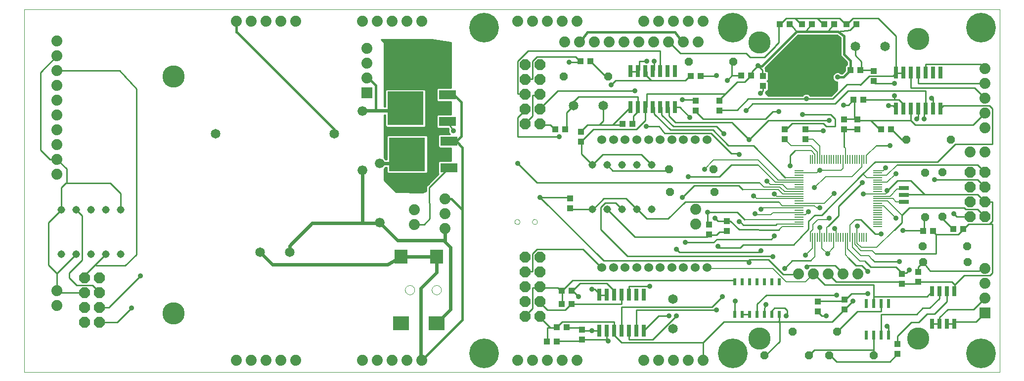
<source format=gtl>
G75*
G70*
%OFA0B0*%
%FSLAX24Y24*%
%IPPOS*%
%LPD*%
%AMOC8*
5,1,8,0,0,1.08239X$1,22.5*
%
%ADD10C,0.0000*%
%ADD11R,0.0591X0.0079*%
%ADD12R,0.0079X0.0591*%
%ADD13R,0.0669X0.0276*%
%ADD14R,0.0394X0.0433*%
%ADD15R,0.0433X0.0394*%
%ADD16R,0.1102X0.0945*%
%ADD17R,0.0900X0.0945*%
%ADD18R,0.0260X0.0800*%
%ADD19C,0.0650*%
%ADD20OC8,0.0740*%
%ADD21C,0.0740*%
%ADD22R,0.0220X0.0470*%
%ADD23R,0.0260X0.0690*%
%ADD24R,0.0240X0.0610*%
%ADD25OC8,0.0520*%
%ADD26R,0.0740X0.0740*%
%ADD27C,0.0515*%
%ADD28C,0.0600*%
%ADD29R,0.2441X0.2283*%
%ADD30R,0.1181X0.0630*%
%ADD31C,0.0660*%
%ADD32C,0.0650*%
%ADD33C,0.0100*%
%ADD34C,0.0360*%
%ADD35C,0.0080*%
%ADD36C,0.0356*%
%ADD37C,0.0060*%
%ADD38C,0.0160*%
%ADD39C,0.0240*%
%ADD40C,0.2000*%
%ADD41C,0.1502*%
D10*
X000103Y000212D02*
X065853Y000212D01*
X065853Y024712D01*
X000103Y024712D01*
X000103Y000212D01*
X025768Y005752D02*
X025770Y005787D01*
X025776Y005822D01*
X025786Y005856D01*
X025799Y005889D01*
X025816Y005920D01*
X025837Y005948D01*
X025860Y005975D01*
X025887Y005998D01*
X025915Y006019D01*
X025946Y006036D01*
X025979Y006049D01*
X026013Y006059D01*
X026048Y006065D01*
X026083Y006067D01*
X026118Y006065D01*
X026153Y006059D01*
X026187Y006049D01*
X026220Y006036D01*
X026251Y006019D01*
X026279Y005998D01*
X026306Y005975D01*
X026329Y005948D01*
X026350Y005920D01*
X026367Y005889D01*
X026380Y005856D01*
X026390Y005822D01*
X026396Y005787D01*
X026398Y005752D01*
X026396Y005717D01*
X026390Y005682D01*
X026380Y005648D01*
X026367Y005615D01*
X026350Y005584D01*
X026329Y005556D01*
X026306Y005529D01*
X026279Y005506D01*
X026251Y005485D01*
X026220Y005468D01*
X026187Y005455D01*
X026153Y005445D01*
X026118Y005439D01*
X026083Y005437D01*
X026048Y005439D01*
X026013Y005445D01*
X025979Y005455D01*
X025946Y005468D01*
X025915Y005485D01*
X025887Y005506D01*
X025860Y005529D01*
X025837Y005556D01*
X025816Y005584D01*
X025799Y005615D01*
X025786Y005648D01*
X025776Y005682D01*
X025770Y005717D01*
X025768Y005752D01*
X027568Y005752D02*
X027570Y005787D01*
X027576Y005822D01*
X027586Y005856D01*
X027599Y005889D01*
X027616Y005920D01*
X027637Y005948D01*
X027660Y005975D01*
X027687Y005998D01*
X027715Y006019D01*
X027746Y006036D01*
X027779Y006049D01*
X027813Y006059D01*
X027848Y006065D01*
X027883Y006067D01*
X027918Y006065D01*
X027953Y006059D01*
X027987Y006049D01*
X028020Y006036D01*
X028051Y006019D01*
X028079Y005998D01*
X028106Y005975D01*
X028129Y005948D01*
X028150Y005920D01*
X028167Y005889D01*
X028180Y005856D01*
X028190Y005822D01*
X028196Y005787D01*
X028198Y005752D01*
X028196Y005717D01*
X028190Y005682D01*
X028180Y005648D01*
X028167Y005615D01*
X028150Y005584D01*
X028129Y005556D01*
X028106Y005529D01*
X028079Y005506D01*
X028051Y005485D01*
X028020Y005468D01*
X027987Y005455D01*
X027953Y005445D01*
X027918Y005439D01*
X027883Y005437D01*
X027848Y005439D01*
X027813Y005445D01*
X027779Y005455D01*
X027746Y005468D01*
X027715Y005485D01*
X027687Y005506D01*
X027660Y005529D01*
X027637Y005556D01*
X027616Y005584D01*
X027599Y005615D01*
X027586Y005648D01*
X027576Y005682D01*
X027570Y005717D01*
X027568Y005752D01*
X033156Y010352D02*
X033158Y010377D01*
X033164Y010402D01*
X033173Y010426D01*
X033186Y010448D01*
X033203Y010468D01*
X033222Y010485D01*
X033243Y010499D01*
X033267Y010509D01*
X033291Y010516D01*
X033317Y010519D01*
X033342Y010518D01*
X033367Y010513D01*
X033391Y010504D01*
X033414Y010492D01*
X033434Y010477D01*
X033452Y010458D01*
X033467Y010437D01*
X033478Y010414D01*
X033486Y010390D01*
X033490Y010365D01*
X033490Y010339D01*
X033486Y010314D01*
X033478Y010290D01*
X033467Y010267D01*
X033452Y010246D01*
X033434Y010227D01*
X033414Y010212D01*
X033391Y010200D01*
X033367Y010191D01*
X033342Y010186D01*
X033317Y010185D01*
X033291Y010188D01*
X033267Y010195D01*
X033243Y010205D01*
X033222Y010219D01*
X033203Y010236D01*
X033186Y010256D01*
X033173Y010278D01*
X033164Y010302D01*
X033158Y010327D01*
X033156Y010352D01*
X034337Y010352D02*
X034339Y010377D01*
X034345Y010402D01*
X034354Y010426D01*
X034367Y010448D01*
X034384Y010468D01*
X034403Y010485D01*
X034424Y010499D01*
X034448Y010509D01*
X034472Y010516D01*
X034498Y010519D01*
X034523Y010518D01*
X034548Y010513D01*
X034572Y010504D01*
X034595Y010492D01*
X034615Y010477D01*
X034633Y010458D01*
X034648Y010437D01*
X034659Y010414D01*
X034667Y010390D01*
X034671Y010365D01*
X034671Y010339D01*
X034667Y010314D01*
X034659Y010290D01*
X034648Y010267D01*
X034633Y010246D01*
X034615Y010227D01*
X034595Y010212D01*
X034572Y010200D01*
X034548Y010191D01*
X034523Y010186D01*
X034498Y010185D01*
X034472Y010188D01*
X034448Y010195D01*
X034424Y010205D01*
X034403Y010219D01*
X034384Y010236D01*
X034367Y010256D01*
X034354Y010278D01*
X034345Y010302D01*
X034339Y010327D01*
X034337Y010352D01*
D11*
X052335Y010347D03*
X052335Y010504D03*
X052335Y010662D03*
X052335Y010819D03*
X052335Y010977D03*
X052335Y011134D03*
X052335Y011292D03*
X052335Y011449D03*
X052335Y011607D03*
X052335Y011764D03*
X052335Y011922D03*
X052335Y012079D03*
X052335Y012237D03*
X052335Y012394D03*
X052335Y012552D03*
X052335Y012709D03*
X052335Y012867D03*
X052335Y013024D03*
X052335Y013181D03*
X052335Y013339D03*
X052335Y013496D03*
X052335Y013654D03*
X052335Y013811D03*
X057611Y013811D03*
X057611Y013654D03*
X057611Y013496D03*
X057611Y013339D03*
X057611Y013181D03*
X057611Y013024D03*
X057611Y012867D03*
X057611Y012709D03*
X057611Y012552D03*
X057611Y012394D03*
X057611Y012237D03*
X057611Y012079D03*
X057611Y011922D03*
X057611Y011764D03*
X057611Y011607D03*
X057611Y011449D03*
X057611Y011292D03*
X057611Y011134D03*
X057611Y010977D03*
X057611Y010819D03*
X057611Y010662D03*
X057611Y010504D03*
X057611Y010347D03*
X057611Y010189D03*
X057611Y010032D03*
X052335Y010032D03*
X052335Y010189D03*
D12*
X053083Y009284D03*
X053241Y009284D03*
X053398Y009284D03*
X053556Y009284D03*
X053713Y009284D03*
X053871Y009284D03*
X054028Y009284D03*
X054186Y009284D03*
X054343Y009284D03*
X054501Y009284D03*
X054658Y009284D03*
X054816Y009284D03*
X054973Y009284D03*
X055131Y009284D03*
X055288Y009284D03*
X055446Y009284D03*
X055603Y009284D03*
X055761Y009284D03*
X055918Y009284D03*
X056076Y009284D03*
X056233Y009284D03*
X056391Y009284D03*
X056548Y009284D03*
X056706Y009284D03*
X056863Y009284D03*
X056863Y014559D03*
X056706Y014559D03*
X056548Y014559D03*
X056391Y014559D03*
X056233Y014559D03*
X056076Y014559D03*
X055918Y014559D03*
X055761Y014559D03*
X055603Y014559D03*
X055446Y014559D03*
X055288Y014559D03*
X055131Y014559D03*
X054973Y014559D03*
X054816Y014559D03*
X054658Y014559D03*
X054501Y014559D03*
X054343Y014559D03*
X054186Y014559D03*
X054028Y014559D03*
X053871Y014559D03*
X053713Y014559D03*
X053556Y014559D03*
X053398Y014559D03*
X053241Y014559D03*
X053083Y014559D03*
D13*
X059403Y012634D03*
X059403Y012162D03*
X059403Y011689D03*
D14*
X047453Y010386D03*
X047453Y009717D03*
X046273Y009487D03*
X046273Y010156D03*
X036988Y005712D03*
X036319Y005712D03*
X036319Y004812D03*
X036988Y004812D03*
X055393Y005106D03*
X055393Y004437D03*
X059253Y006177D03*
X060373Y006297D03*
X059253Y006846D03*
X060373Y006966D03*
X037613Y015767D03*
X037613Y016436D03*
X040439Y016972D03*
X041108Y016972D03*
X046953Y017877D03*
X046953Y018546D03*
X045688Y020212D03*
X045019Y020212D03*
X055373Y017276D03*
X056263Y017266D03*
X056263Y016597D03*
X055373Y016607D03*
D15*
X057849Y016612D03*
X058518Y016612D03*
X056668Y018592D03*
X055999Y018592D03*
X057353Y019877D03*
X057353Y020546D03*
X056468Y020612D03*
X055799Y020612D03*
X049883Y020196D03*
X049108Y020222D03*
X048439Y020222D03*
X049883Y019527D03*
X045353Y018546D03*
X045353Y017877D03*
X051373Y016586D03*
X051373Y015917D03*
X052773Y015917D03*
X052773Y016586D03*
X038248Y021212D03*
X037579Y021212D03*
X036558Y016602D03*
X035889Y016602D03*
X036893Y011926D03*
X036893Y011257D03*
X053593Y004956D03*
X053593Y004287D03*
X058963Y002096D03*
X058963Y001427D03*
X037703Y002407D03*
X035998Y002272D03*
X035329Y002272D03*
X037703Y003076D03*
X036648Y003242D03*
X035979Y003242D03*
X060679Y009722D03*
X061348Y009722D03*
X062739Y009852D03*
X063408Y009852D03*
X056188Y023712D03*
X055519Y023712D03*
X054688Y023712D03*
X054019Y023712D03*
X053188Y023712D03*
X052519Y023712D03*
X051688Y023712D03*
X051019Y023712D03*
D16*
X027883Y003508D03*
X025482Y003508D03*
D17*
X025482Y007996D03*
X027883Y007996D03*
D18*
X038853Y005422D03*
X039353Y005422D03*
X039853Y005422D03*
X040353Y005422D03*
X040853Y005422D03*
X041353Y005422D03*
X041853Y005422D03*
X041853Y003002D03*
X041353Y003002D03*
X040853Y003002D03*
X040353Y003002D03*
X039853Y003002D03*
X039353Y003002D03*
X038853Y003002D03*
X040973Y018112D03*
X041473Y018112D03*
X041973Y018112D03*
X042473Y018112D03*
X042973Y018112D03*
X043473Y018112D03*
X043973Y018112D03*
X043973Y020532D03*
X043473Y020532D03*
X042973Y020532D03*
X042473Y020532D03*
X041973Y020532D03*
X041473Y020532D03*
X040973Y020532D03*
X058853Y020422D03*
X059353Y020422D03*
X059853Y020422D03*
X060353Y020422D03*
X060853Y020422D03*
X061353Y020422D03*
X061853Y020422D03*
X061853Y018002D03*
X061353Y018002D03*
X060853Y018002D03*
X060353Y018002D03*
X059853Y018002D03*
X059353Y018002D03*
X058853Y018002D03*
D19*
X058113Y022192D03*
X056113Y022192D03*
X039123Y018212D03*
X037123Y018212D03*
X043823Y005132D03*
X043823Y003132D03*
D20*
X034853Y003962D03*
X033853Y003962D03*
X033853Y004962D03*
X034853Y004962D03*
X034853Y005962D03*
X033853Y005962D03*
X033853Y006962D03*
X034853Y006962D03*
X034853Y007962D03*
X033853Y007962D03*
X033853Y016962D03*
X034853Y016962D03*
X034853Y017962D03*
X033853Y017962D03*
X033853Y018962D03*
X034853Y018962D03*
X034853Y019962D03*
X033853Y019962D03*
X033853Y020962D03*
X034853Y020962D03*
X063853Y013712D03*
X064853Y013712D03*
X064853Y012712D03*
X063853Y012712D03*
X063853Y011712D03*
X064853Y011712D03*
X064853Y010712D03*
X063853Y010712D03*
X005163Y006572D03*
X004163Y006572D03*
X004163Y005572D03*
X005163Y005572D03*
X005163Y004572D03*
X004163Y004572D03*
X004163Y003572D03*
X005163Y003572D03*
D21*
X002293Y004692D03*
X002293Y005692D03*
X014393Y001012D03*
X015393Y001012D03*
X016393Y001012D03*
X017393Y001012D03*
X018393Y001012D03*
X022893Y001012D03*
X023893Y001012D03*
X024893Y001012D03*
X025893Y001012D03*
X026893Y001012D03*
X033353Y001012D03*
X034353Y001012D03*
X035353Y001012D03*
X036353Y001012D03*
X037353Y001012D03*
X041853Y001012D03*
X042853Y001012D03*
X043853Y001012D03*
X044853Y001012D03*
X045853Y001012D03*
X052303Y006832D03*
X053303Y006832D03*
X054303Y006832D03*
X055303Y006832D03*
X056303Y006832D03*
X064853Y007212D03*
X064853Y006212D03*
X064853Y005212D03*
X045353Y010212D03*
X045353Y011212D03*
X028443Y010912D03*
X026393Y011152D03*
X028443Y011912D03*
X026393Y010152D03*
X028443Y009912D03*
X002303Y013562D03*
X002303Y014562D03*
X002303Y015562D03*
X002303Y016562D03*
X002303Y017562D03*
X002303Y018562D03*
X002303Y019562D03*
X002303Y020562D03*
X002303Y021562D03*
X002303Y022562D03*
X014393Y023912D03*
X015393Y023912D03*
X016393Y023912D03*
X017393Y023912D03*
X018393Y023912D03*
X022893Y023912D03*
X023893Y023912D03*
X024893Y023912D03*
X025893Y023912D03*
X026893Y023912D03*
X023203Y022082D03*
X023203Y021082D03*
X023203Y020082D03*
X033353Y023912D03*
X034353Y023912D03*
X035353Y023912D03*
X036353Y023912D03*
X037353Y023912D03*
X037513Y022512D03*
X038513Y022512D03*
X039513Y022512D03*
X040513Y022512D03*
X041513Y022512D03*
X042513Y022512D03*
X043513Y022512D03*
X044513Y022512D03*
X045513Y022512D03*
X045853Y023912D03*
X044853Y023912D03*
X043853Y023912D03*
X042853Y023912D03*
X041853Y023912D03*
X036513Y022512D03*
X063863Y015072D03*
X064863Y015072D03*
X064853Y016712D03*
X064853Y017712D03*
X064853Y018712D03*
X064853Y019712D03*
X064853Y020712D03*
D22*
X050983Y006292D03*
X050483Y006292D03*
X049983Y006292D03*
X049483Y006292D03*
X048983Y006292D03*
X048483Y006292D03*
X047983Y006292D03*
X047983Y004092D03*
X048483Y004092D03*
X048983Y004092D03*
X049483Y004092D03*
X049983Y004092D03*
X050483Y004092D03*
X050983Y004092D03*
D23*
X061293Y003452D03*
X061793Y003452D03*
X062293Y003452D03*
X062793Y003452D03*
X062793Y005652D03*
X062293Y005652D03*
X061793Y005652D03*
X061293Y005652D03*
D24*
X058353Y004842D03*
X057853Y004842D03*
X057353Y004842D03*
X056853Y004842D03*
X056853Y002712D03*
X057353Y002712D03*
X057853Y002712D03*
X058353Y002712D03*
D25*
X057363Y001322D03*
X054363Y001322D03*
X053003Y001322D03*
X050003Y001322D03*
X051903Y002942D03*
X054903Y002942D03*
X060693Y007632D03*
X060653Y008702D03*
X063653Y008702D03*
X063693Y007632D03*
X060833Y010662D03*
X062003Y010702D03*
X060833Y013662D03*
X062003Y013702D03*
X062543Y015912D03*
X059543Y015912D03*
X046573Y013892D03*
X043573Y013892D03*
X043613Y012372D03*
X046613Y012372D03*
X039463Y020172D03*
X036463Y020172D03*
X044903Y021172D03*
X047903Y021172D03*
D26*
X023203Y019082D03*
X064853Y004212D03*
D27*
X042393Y011192D03*
X041393Y011192D03*
X040393Y011192D03*
X039393Y011192D03*
X038393Y011192D03*
X038393Y014192D03*
X039393Y014192D03*
X040393Y014192D03*
X041393Y014192D03*
X042393Y014192D03*
X006593Y011162D03*
X005593Y011162D03*
X004593Y011162D03*
X003593Y011162D03*
X002593Y011162D03*
X002593Y008162D03*
X003593Y008162D03*
X004593Y008162D03*
X005593Y008162D03*
X006593Y008162D03*
D28*
X039031Y007251D03*
X039818Y007251D03*
X040605Y007251D03*
X041393Y007251D03*
X042180Y007251D03*
X042968Y007251D03*
X043755Y007251D03*
X044542Y007251D03*
X045330Y007251D03*
X046117Y007251D03*
X046117Y015912D03*
X045330Y015912D03*
X044542Y015912D03*
X043755Y015912D03*
X042968Y015912D03*
X042180Y015912D03*
X041393Y015912D03*
X040605Y015912D03*
X039818Y015912D03*
X039031Y015912D03*
D29*
X025906Y014912D03*
X025796Y018022D03*
D30*
X028623Y018919D03*
X028623Y017124D03*
X028733Y015809D03*
X028733Y014014D03*
D31*
X024063Y014302D03*
X022903Y013832D03*
X024063Y010302D03*
X022903Y017832D03*
D32*
X020983Y016292D03*
X012983Y016292D03*
X015983Y008292D03*
X017983Y008292D03*
D33*
X023993Y010252D02*
X024063Y010302D01*
X024093Y010252D01*
X026393Y010152D02*
X027043Y010172D01*
X027413Y010572D01*
X027393Y012674D01*
X028733Y014014D01*
X027992Y014008D02*
X027277Y014008D01*
X027277Y014106D02*
X027992Y014106D01*
X027992Y014205D02*
X027277Y014205D01*
X027277Y014303D02*
X027992Y014303D01*
X027992Y014391D02*
X027992Y013637D01*
X028033Y013597D01*
X027310Y012873D01*
X027308Y012873D01*
X027251Y012815D01*
X027193Y012757D01*
X027193Y012756D01*
X027192Y012755D01*
X027193Y012672D01*
X027193Y012591D01*
X027194Y012591D01*
X027196Y012423D01*
X026943Y012332D01*
X025173Y012362D01*
X024363Y013172D01*
X024363Y013923D01*
X024470Y014030D01*
X024471Y014032D01*
X024536Y014032D01*
X024536Y013708D01*
X024624Y013620D01*
X027189Y013620D01*
X027277Y013708D01*
X027277Y016116D01*
X027189Y016203D01*
X024624Y016203D01*
X024536Y016116D01*
X024536Y014572D01*
X024471Y014572D01*
X024470Y014574D01*
X024363Y014680D01*
X024363Y017582D01*
X024426Y017582D01*
X024426Y016818D01*
X024514Y016730D01*
X027079Y016730D01*
X027167Y016818D01*
X027167Y019226D01*
X027079Y019313D01*
X024514Y019313D01*
X024426Y019226D01*
X024426Y018122D01*
X024363Y018122D01*
X024363Y022462D01*
X024173Y022652D01*
X024253Y022672D01*
X027553Y022672D01*
X028853Y022462D01*
X028860Y019384D01*
X027970Y019384D01*
X027882Y019296D01*
X027882Y018542D01*
X027970Y018454D01*
X028862Y018454D01*
X028864Y017589D01*
X027970Y017589D01*
X027882Y017501D01*
X027882Y016747D01*
X027970Y016659D01*
X028680Y016659D01*
X028706Y016617D01*
X028685Y016567D01*
X028685Y016436D01*
X028735Y016316D01*
X028777Y016274D01*
X024363Y016274D01*
X024363Y016176D02*
X024596Y016176D01*
X024536Y016077D02*
X024363Y016077D01*
X024363Y015979D02*
X024536Y015979D01*
X024536Y015880D02*
X024363Y015880D01*
X024363Y015781D02*
X024536Y015781D01*
X024536Y015683D02*
X024363Y015683D01*
X024363Y015584D02*
X024536Y015584D01*
X024536Y015486D02*
X024363Y015486D01*
X024363Y015387D02*
X024536Y015387D01*
X024536Y015289D02*
X024363Y015289D01*
X024363Y015190D02*
X024536Y015190D01*
X024536Y015092D02*
X024363Y015092D01*
X024363Y014993D02*
X024536Y014993D01*
X024536Y014895D02*
X024363Y014895D01*
X024363Y014796D02*
X024536Y014796D01*
X024536Y014698D02*
X024363Y014698D01*
X024445Y014599D02*
X024536Y014599D01*
X024536Y014008D02*
X024448Y014008D01*
X024363Y013909D02*
X024536Y013909D01*
X024536Y013811D02*
X024363Y013811D01*
X024363Y013712D02*
X024536Y013712D01*
X024363Y013614D02*
X028016Y013614D01*
X027992Y013712D02*
X027277Y013712D01*
X027277Y013811D02*
X027992Y013811D01*
X027992Y013909D02*
X027277Y013909D01*
X027951Y013515D02*
X024363Y013515D01*
X024363Y013416D02*
X027853Y013416D01*
X027754Y013318D02*
X024363Y013318D01*
X024363Y013219D02*
X027656Y013219D01*
X027557Y013121D02*
X024414Y013121D01*
X024513Y013022D02*
X027458Y013022D01*
X027360Y012924D02*
X024611Y012924D01*
X024710Y012825D02*
X027261Y012825D01*
X027193Y012727D02*
X024808Y012727D01*
X024907Y012628D02*
X027193Y012628D01*
X027195Y012530D02*
X025005Y012530D01*
X025104Y012431D02*
X027196Y012431D01*
X026946Y012332D02*
X026894Y012332D01*
X022893Y013752D02*
X022903Y013832D01*
X027277Y014402D02*
X028003Y014402D01*
X027992Y014391D02*
X028080Y014479D01*
X028870Y014479D01*
X028868Y015344D01*
X028080Y015344D01*
X027992Y015432D01*
X027992Y016186D01*
X028080Y016274D01*
X028777Y016274D01*
X028711Y016373D02*
X024363Y016373D01*
X024363Y016471D02*
X028685Y016471D01*
X028686Y016570D02*
X024363Y016570D01*
X024363Y016668D02*
X027961Y016668D01*
X027882Y016767D02*
X027116Y016767D01*
X027167Y016865D02*
X027882Y016865D01*
X027882Y016964D02*
X027167Y016964D01*
X027167Y017063D02*
X027882Y017063D01*
X027882Y017161D02*
X027167Y017161D01*
X027167Y017260D02*
X027882Y017260D01*
X027882Y017358D02*
X027167Y017358D01*
X027167Y017457D02*
X027882Y017457D01*
X027937Y017555D02*
X027167Y017555D01*
X027167Y017654D02*
X028863Y017654D01*
X028863Y017752D02*
X027167Y017752D01*
X027167Y017851D02*
X028863Y017851D01*
X028863Y017949D02*
X027167Y017949D01*
X027167Y018048D02*
X028863Y018048D01*
X028862Y018147D02*
X027167Y018147D01*
X027167Y018245D02*
X028862Y018245D01*
X028862Y018344D02*
X027167Y018344D01*
X027167Y018442D02*
X028862Y018442D01*
X029046Y018919D02*
X028623Y018919D01*
X027915Y019329D02*
X024363Y019329D01*
X024363Y019231D02*
X024431Y019231D01*
X024426Y019132D02*
X024363Y019132D01*
X024363Y019033D02*
X024426Y019033D01*
X024426Y018935D02*
X024363Y018935D01*
X024363Y018836D02*
X024426Y018836D01*
X024426Y018738D02*
X024363Y018738D01*
X024363Y018639D02*
X024426Y018639D01*
X024426Y018541D02*
X024363Y018541D01*
X024363Y018442D02*
X024426Y018442D01*
X024426Y018344D02*
X024363Y018344D01*
X024363Y018245D02*
X024426Y018245D01*
X024426Y018147D02*
X024363Y018147D01*
X025093Y017852D02*
X025515Y017954D01*
X025796Y018022D01*
X024426Y017555D02*
X024363Y017555D01*
X024363Y017457D02*
X024426Y017457D01*
X024426Y017358D02*
X024363Y017358D01*
X024363Y017260D02*
X024426Y017260D01*
X024426Y017161D02*
X024363Y017161D01*
X024363Y017063D02*
X024426Y017063D01*
X024426Y016964D02*
X024363Y016964D01*
X024363Y016865D02*
X024426Y016865D01*
X024477Y016767D02*
X024363Y016767D01*
X022993Y017852D02*
X022903Y017832D01*
X027167Y018541D02*
X027884Y018541D01*
X027882Y018639D02*
X027167Y018639D01*
X027167Y018738D02*
X027882Y018738D01*
X027882Y018836D02*
X027167Y018836D01*
X027167Y018935D02*
X027882Y018935D01*
X027882Y019033D02*
X027167Y019033D01*
X027167Y019132D02*
X027882Y019132D01*
X027882Y019231D02*
X027162Y019231D01*
X028860Y019428D02*
X024363Y019428D01*
X024363Y019526D02*
X028859Y019526D01*
X028859Y019625D02*
X024363Y019625D01*
X024363Y019723D02*
X028859Y019723D01*
X028859Y019822D02*
X024363Y019822D01*
X024363Y019920D02*
X028859Y019920D01*
X028858Y020019D02*
X024363Y020019D01*
X024363Y020117D02*
X028858Y020117D01*
X028858Y020216D02*
X024363Y020216D01*
X024363Y020314D02*
X028858Y020314D01*
X028858Y020413D02*
X024363Y020413D01*
X024363Y020512D02*
X028857Y020512D01*
X028857Y020610D02*
X024363Y020610D01*
X024363Y020709D02*
X028857Y020709D01*
X028857Y020807D02*
X024363Y020807D01*
X024363Y020906D02*
X028856Y020906D01*
X028856Y021004D02*
X024363Y021004D01*
X024363Y021103D02*
X028856Y021103D01*
X028856Y021201D02*
X024363Y021201D01*
X024363Y021300D02*
X028856Y021300D01*
X028855Y021398D02*
X024363Y021398D01*
X024363Y021497D02*
X028855Y021497D01*
X028855Y021596D02*
X024363Y021596D01*
X024363Y021694D02*
X028855Y021694D01*
X028855Y021793D02*
X024363Y021793D01*
X024363Y021891D02*
X028854Y021891D01*
X028854Y021990D02*
X024363Y021990D01*
X024363Y022088D02*
X028854Y022088D01*
X028854Y022187D02*
X024363Y022187D01*
X024363Y022285D02*
X028854Y022285D01*
X028853Y022384D02*
X024363Y022384D01*
X024342Y022482D02*
X028725Y022482D01*
X028114Y022581D02*
X024244Y022581D01*
X023293Y020052D02*
X023203Y020082D01*
X028623Y017124D02*
X028635Y017112D01*
X028635Y017110D01*
X029013Y016502D01*
X027992Y016176D02*
X027216Y016176D01*
X027277Y016077D02*
X027992Y016077D01*
X027992Y015979D02*
X027277Y015979D01*
X027277Y015880D02*
X027992Y015880D01*
X027992Y015781D02*
X027277Y015781D01*
X027277Y015683D02*
X027992Y015683D01*
X027992Y015584D02*
X027277Y015584D01*
X027277Y015486D02*
X027992Y015486D01*
X028037Y015387D02*
X027277Y015387D01*
X027277Y015289D02*
X028868Y015289D01*
X028869Y015190D02*
X027277Y015190D01*
X027277Y015092D02*
X028869Y015092D01*
X028869Y014993D02*
X027277Y014993D01*
X027277Y014895D02*
X028869Y014895D01*
X028869Y014796D02*
X027277Y014796D01*
X027277Y014698D02*
X028870Y014698D01*
X028870Y014599D02*
X027277Y014599D01*
X027277Y014500D02*
X028870Y014500D01*
X028861Y015682D02*
X028733Y015809D01*
X028861Y015682D02*
X029093Y015682D01*
X029223Y015812D01*
X033353Y016112D02*
X033353Y017412D01*
X033853Y017912D01*
X033853Y017962D01*
X034353Y017512D02*
X034353Y018912D01*
X034853Y018912D01*
X034853Y018962D01*
X034853Y018012D02*
X036053Y019212D01*
X041253Y019212D01*
X042053Y019012D02*
X047353Y019012D01*
X046953Y018612D01*
X046953Y018546D01*
X047353Y019012D02*
X048153Y019812D01*
X048653Y019812D01*
X049053Y020212D01*
X049108Y020222D01*
X049153Y020312D01*
X049153Y020502D01*
X049563Y020912D01*
X049869Y020606D01*
X049883Y020196D01*
X050250Y020216D02*
X054595Y020216D01*
X054583Y020187D02*
X054583Y020056D01*
X054633Y019935D01*
X054726Y019842D01*
X054848Y019792D01*
X054883Y019792D01*
X054883Y019254D01*
X054500Y018872D01*
X053077Y018872D01*
X052999Y018950D01*
X052879Y019000D01*
X052748Y019000D01*
X052627Y018950D01*
X052549Y018872D01*
X050263Y018872D01*
X050063Y019072D01*
X050063Y019089D01*
X050083Y019109D01*
X050083Y019180D01*
X050162Y019180D01*
X050250Y019268D01*
X050250Y019786D01*
X050174Y019862D01*
X050250Y019937D01*
X050250Y020455D01*
X050162Y020543D01*
X050071Y020543D01*
X050069Y020610D01*
X055432Y020610D01*
X055432Y020570D02*
X055213Y020352D01*
X055150Y020352D01*
X055100Y020401D01*
X054979Y020452D01*
X054848Y020452D01*
X054726Y020401D01*
X054633Y020309D01*
X054583Y020187D01*
X054583Y020117D02*
X050250Y020117D01*
X050250Y020019D02*
X054599Y020019D01*
X054648Y019920D02*
X050233Y019920D01*
X050214Y019822D02*
X054775Y019822D01*
X054883Y019723D02*
X050250Y019723D01*
X050250Y019625D02*
X054883Y019625D01*
X054883Y019526D02*
X050250Y019526D01*
X050250Y019428D02*
X054883Y019428D01*
X054883Y019329D02*
X050250Y019329D01*
X050212Y019231D02*
X054859Y019231D01*
X054761Y019132D02*
X050083Y019132D01*
X050101Y019033D02*
X054662Y019033D01*
X054564Y018935D02*
X053014Y018935D01*
X052813Y018672D02*
X054583Y018672D01*
X055543Y019632D01*
X056433Y019632D01*
X056453Y019612D01*
X057053Y020212D01*
X058653Y020212D01*
X058853Y020412D01*
X058853Y020422D01*
X058853Y022912D01*
X057663Y024102D01*
X055963Y024102D01*
X055953Y024112D01*
X055553Y023712D01*
X055519Y023712D01*
X055453Y023712D01*
X055053Y024112D01*
X053553Y024112D01*
X052053Y024112D01*
X052453Y023712D01*
X052519Y023712D01*
X052753Y023192D02*
X053153Y023712D01*
X053188Y023712D01*
X053553Y024112D02*
X053953Y023712D01*
X054019Y023712D01*
X054253Y023192D02*
X054653Y023712D01*
X054688Y023712D01*
X054953Y023202D02*
X055753Y023312D01*
X056153Y023712D01*
X056188Y023712D01*
X055133Y022787D02*
X054880Y022971D01*
X054350Y022963D01*
X054348Y022962D01*
X054255Y022962D01*
X054161Y022960D01*
X054160Y022962D01*
X052846Y022962D01*
X052845Y022960D01*
X052750Y022962D01*
X052658Y022962D01*
X052656Y022963D01*
X052257Y022970D01*
X050023Y020736D01*
X050065Y020696D01*
X050066Y020692D01*
X050069Y020689D01*
X050069Y020610D01*
X050052Y020709D02*
X055432Y020709D01*
X055432Y020807D02*
X050094Y020807D01*
X050193Y020906D02*
X055467Y020906D01*
X055432Y020871D02*
X055520Y020958D01*
X055569Y020958D01*
X055569Y021121D01*
X055268Y021422D01*
X055133Y021556D01*
X055133Y022787D01*
X055133Y022778D02*
X052065Y022778D01*
X052163Y022877D02*
X055010Y022877D01*
X055133Y022680D02*
X051966Y022680D01*
X051868Y022581D02*
X055133Y022581D01*
X055133Y022482D02*
X051769Y022482D01*
X051671Y022384D02*
X055133Y022384D01*
X055133Y022285D02*
X051572Y022285D01*
X051474Y022187D02*
X055133Y022187D01*
X055133Y022088D02*
X051375Y022088D01*
X051276Y021990D02*
X055133Y021990D01*
X055133Y021891D02*
X051178Y021891D01*
X051079Y021793D02*
X055133Y021793D01*
X055133Y021694D02*
X050981Y021694D01*
X050882Y021596D02*
X055133Y021596D01*
X055193Y021497D02*
X050784Y021497D01*
X050685Y021398D02*
X055291Y021398D01*
X055390Y021300D02*
X050587Y021300D01*
X050488Y021201D02*
X055488Y021201D01*
X055569Y021103D02*
X050390Y021103D01*
X050291Y021004D02*
X055569Y021004D01*
X055432Y020871D02*
X055432Y020570D01*
X055373Y020512D02*
X050193Y020512D01*
X050250Y020413D02*
X054754Y020413D01*
X054639Y020314D02*
X050250Y020314D01*
X049883Y019527D02*
X049883Y019192D01*
X049723Y019032D01*
X050200Y018935D02*
X052612Y018935D01*
X052813Y018672D02*
X048903Y018672D01*
X048143Y017912D01*
X046953Y017912D01*
X046953Y017877D01*
X045853Y017312D02*
X050053Y017312D01*
X050553Y017812D01*
X050953Y017812D01*
X050253Y017212D02*
X048953Y015912D01*
X047823Y017042D01*
X047823Y017062D01*
X043983Y017072D01*
X043563Y017492D01*
X043553Y017492D01*
X043553Y018112D01*
X043473Y018112D01*
X043053Y018112D02*
X043053Y017582D01*
X043843Y016792D01*
X046773Y016792D01*
X047253Y016312D01*
X046523Y016552D02*
X047563Y015512D01*
X049243Y015512D01*
X051406Y013349D01*
X051406Y013339D01*
X051733Y014122D02*
X051733Y014832D01*
X052063Y015162D01*
X049543Y014212D02*
X047773Y014212D01*
X046973Y013412D01*
X044853Y013412D01*
X045253Y012812D02*
X048253Y012812D01*
X048523Y012542D01*
X049653Y013012D02*
X034653Y013012D01*
X033353Y014312D01*
X037653Y014932D02*
X037653Y015712D01*
X037613Y015767D01*
X037653Y015812D01*
X038453Y016612D01*
X041353Y016612D01*
X041953Y017212D01*
X041953Y018112D01*
X041973Y018112D01*
X042053Y018112D01*
X042053Y019012D01*
X041453Y018812D02*
X037453Y018812D01*
X037123Y018482D01*
X037123Y018212D01*
X036653Y017742D01*
X036653Y016612D01*
X036558Y016602D01*
X035889Y016602D02*
X035853Y016612D01*
X035553Y016912D01*
X034853Y016912D01*
X034853Y016962D01*
X034353Y017512D02*
X033853Y017012D01*
X033853Y016962D01*
X033353Y016112D02*
X036153Y016112D01*
X037613Y016436D02*
X037653Y016512D01*
X038053Y016912D01*
X038863Y016912D01*
X039123Y017172D01*
X039123Y018212D01*
X039753Y016912D02*
X040953Y018112D01*
X040973Y018112D01*
X041453Y018112D02*
X041453Y017812D01*
X041153Y017512D01*
X041153Y017012D01*
X041108Y016972D01*
X040439Y016972D02*
X040353Y016912D01*
X039753Y016912D01*
X038863Y016912D01*
X041453Y018112D02*
X041473Y018112D01*
X041453Y018112D02*
X041453Y018812D01*
X042473Y018112D02*
X042553Y018112D01*
X042553Y017642D01*
X043643Y016552D01*
X046523Y016552D01*
X046393Y016342D02*
X047763Y014972D01*
X048233Y014972D01*
X048293Y014912D01*
X048283Y014922D01*
X046393Y016342D02*
X043273Y016342D01*
X042893Y016802D01*
X042023Y016802D01*
X044283Y018112D02*
X044973Y017392D01*
X045353Y017812D02*
X045353Y017877D01*
X045353Y017812D02*
X045853Y017312D01*
X044283Y018112D02*
X043973Y018112D01*
X044453Y018612D02*
X045353Y018612D01*
X045353Y018546D01*
X043053Y018112D02*
X042973Y018112D01*
X039953Y019912D02*
X039653Y019612D01*
X039953Y019912D02*
X042353Y019912D01*
X042053Y020212D01*
X042053Y020512D01*
X041973Y020532D01*
X041553Y020612D02*
X041473Y020532D01*
X041453Y020512D01*
X041053Y020512D01*
X040973Y020532D01*
X041553Y020612D02*
X041553Y021212D01*
X042053Y021212D01*
X042553Y021212D02*
X042553Y020612D01*
X042473Y020532D01*
X042953Y020612D02*
X042973Y020532D01*
X042953Y020612D02*
X042953Y021912D01*
X034053Y021912D01*
X033353Y021212D01*
X033353Y019012D01*
X033853Y019012D01*
X033853Y018962D01*
X033853Y019962D02*
X033853Y020012D01*
X034353Y020012D01*
X034353Y021212D01*
X034653Y021512D01*
X037253Y021512D01*
X037553Y021212D01*
X037579Y021212D01*
X037489Y021122D01*
X036823Y021122D01*
X038248Y021212D02*
X038253Y021212D01*
X039253Y020212D01*
X039453Y020212D01*
X039463Y020172D01*
X042353Y019912D02*
X044653Y019912D01*
X044953Y020212D01*
X045019Y020212D01*
X045688Y020212D02*
X046753Y020212D01*
X046773Y020232D01*
X047483Y019912D02*
X047793Y020222D01*
X047793Y021062D01*
X047903Y021172D01*
X048763Y021732D02*
X049033Y021462D01*
X049993Y021462D01*
X050733Y022202D01*
X050733Y022222D01*
X050963Y022452D01*
X050963Y023656D01*
X051019Y023712D01*
X051053Y023712D01*
X051453Y024112D01*
X052053Y024112D01*
X051753Y023712D02*
X051688Y023712D01*
X051653Y023712D01*
X051753Y023712D02*
X052153Y023202D01*
X048763Y021732D02*
X044333Y021732D01*
X043553Y022512D01*
X043513Y022512D01*
X044453Y022512D02*
X044513Y022512D01*
X047793Y020222D02*
X048439Y020222D01*
X049193Y018322D02*
X048753Y017882D01*
X049193Y018322D02*
X054743Y018322D01*
X055633Y019212D01*
X060853Y019212D01*
X060853Y018002D01*
X060853Y017912D01*
X060753Y017912D01*
X060753Y017312D01*
X060353Y017312D02*
X060353Y018002D01*
X059853Y018002D02*
X059853Y017212D01*
X060153Y016912D01*
X064053Y016912D01*
X064853Y017712D01*
X065353Y018012D02*
X065153Y018212D01*
X062053Y018212D01*
X061853Y018012D01*
X061853Y018002D01*
X061353Y018002D02*
X061353Y018712D01*
X061253Y018712D01*
X059853Y019412D02*
X059853Y020422D01*
X059353Y020412D02*
X059353Y020422D01*
X059353Y020412D02*
X058853Y020412D01*
X060353Y020422D02*
X060353Y019712D01*
X064853Y019712D01*
X064153Y019412D02*
X064853Y018712D01*
X065353Y018012D02*
X065353Y015612D01*
X062853Y015612D01*
X061653Y014412D01*
X057453Y014412D01*
X056638Y013597D01*
X053853Y010812D01*
X053403Y010812D01*
X052953Y010402D01*
X052953Y009862D01*
X051943Y008812D01*
X048553Y008812D01*
X048353Y008612D01*
X046953Y008612D01*
X046853Y008712D01*
X046563Y008962D02*
X046783Y009182D01*
X050453Y009182D01*
X050663Y009392D01*
X050953Y009812D02*
X050983Y009822D01*
X050953Y009812D02*
X048283Y009822D01*
X047689Y010396D01*
X047453Y010386D01*
X047428Y010412D01*
X046853Y010412D01*
X046653Y010612D01*
X046273Y010156D02*
X046153Y010276D01*
X046153Y011012D01*
X048153Y011012D01*
X048653Y010512D01*
X048353Y010352D02*
X048563Y010142D01*
X050763Y010142D01*
X050813Y010192D01*
X048353Y010352D02*
X048303Y010352D01*
X047453Y009717D02*
X047418Y009682D01*
X046943Y009682D01*
X046743Y009482D01*
X046273Y009482D01*
X046273Y009487D01*
X046118Y009332D01*
X041253Y009332D01*
X039393Y011192D01*
X039243Y011622D02*
X039963Y011622D01*
X040393Y011192D01*
X039243Y011622D02*
X038953Y011332D01*
X038953Y009832D01*
X040753Y008032D01*
X050533Y008032D01*
X050553Y008012D01*
X050253Y007812D02*
X051253Y006812D01*
X052253Y006812D01*
X052303Y006832D01*
X052853Y007312D02*
X052953Y007412D01*
X054753Y007412D01*
X055253Y006912D01*
X055303Y006832D01*
X054823Y006312D02*
X054303Y006832D01*
X054053Y006112D02*
X053353Y006812D01*
X053303Y006832D01*
X054823Y006312D02*
X059153Y006312D01*
X059253Y006212D01*
X059253Y006177D01*
X060253Y006177D01*
X060373Y006297D01*
X062628Y006297D01*
X062823Y006102D01*
X063453Y006732D01*
X065183Y006732D01*
X065353Y006902D01*
X065353Y010212D01*
X065153Y010212D01*
X065353Y010412D01*
X065353Y011712D01*
X064853Y011712D01*
X064353Y012212D01*
X060793Y012212D01*
X059873Y013132D01*
X058953Y013132D01*
X058263Y012442D01*
X058263Y012342D01*
X059403Y012162D02*
X059453Y012212D01*
X060793Y012212D01*
X061453Y013212D02*
X064353Y013212D01*
X064853Y012712D01*
X064853Y013712D02*
X064353Y014212D01*
X058953Y014212D01*
X058453Y015512D02*
X057553Y015512D01*
X058553Y016612D02*
X059253Y015912D01*
X059543Y015912D01*
X058553Y016612D02*
X058518Y016612D01*
X057849Y016612D02*
X057753Y016612D01*
X057153Y017212D01*
X059853Y017212D01*
X060253Y017312D02*
X060353Y017312D01*
X059353Y018002D02*
X059353Y018312D01*
X059053Y018612D01*
X058753Y018612D01*
X058753Y018882D01*
X058753Y018612D02*
X056753Y018612D01*
X056668Y018592D01*
X056053Y018512D02*
X055999Y018592D01*
X055649Y018242D01*
X055313Y018242D01*
X056053Y018512D02*
X056053Y017312D01*
X055453Y017312D01*
X055373Y017276D01*
X054753Y017312D02*
X054753Y016812D01*
X054153Y016812D01*
X053953Y017012D01*
X051853Y017012D01*
X051453Y016612D01*
X051373Y016586D01*
X052773Y016586D02*
X052853Y016512D01*
X053953Y016512D01*
X055353Y016512D02*
X055373Y016607D01*
X055453Y016612D01*
X056253Y016612D01*
X056263Y016597D01*
X055353Y016512D02*
X055353Y015412D01*
X054753Y017312D02*
X054453Y017612D01*
X052553Y017612D01*
X054353Y017212D02*
X050253Y017212D01*
X056053Y017312D02*
X056253Y017312D01*
X056263Y017266D01*
X056353Y017212D01*
X057153Y017212D01*
X058653Y018212D02*
X058853Y018012D01*
X058853Y018002D01*
X058653Y018212D02*
X058353Y018212D01*
X059853Y019412D02*
X064153Y019412D01*
X064853Y020712D02*
X064553Y021012D01*
X060853Y021012D01*
X060853Y020422D01*
X058753Y019712D02*
X057453Y019712D01*
X057353Y019812D01*
X057353Y019877D01*
X057353Y020546D02*
X057288Y020612D01*
X056468Y020612D01*
X056533Y020677D01*
X056533Y021172D01*
X056113Y021592D01*
X056113Y022192D01*
X055275Y020413D02*
X055072Y020413D01*
X057353Y020546D02*
X057353Y020612D01*
X042393Y014192D02*
X041683Y014902D01*
X039103Y014902D01*
X038393Y014192D01*
X037653Y014932D01*
X039393Y014192D02*
X039753Y013812D01*
X043553Y013812D01*
X043573Y013892D01*
X045253Y012812D02*
X044453Y012012D01*
X044653Y011712D02*
X043493Y010552D01*
X042063Y010552D01*
X041423Y011192D01*
X041393Y011192D01*
X040643Y011942D01*
X039173Y011942D01*
X038443Y011212D01*
X038373Y011212D01*
X038393Y011192D01*
X038373Y011212D02*
X036953Y011212D01*
X036893Y011926D02*
X036808Y012012D01*
X034853Y012012D01*
X039143Y007722D01*
X048843Y007722D01*
X048953Y007612D01*
X048953Y007812D01*
X050253Y007812D01*
X049653Y008312D02*
X049753Y008412D01*
X049653Y008312D02*
X044253Y008312D01*
X044053Y008512D01*
X044643Y008952D02*
X046563Y008962D01*
X051353Y007212D02*
X051863Y007722D01*
X053113Y007722D01*
X055653Y007912D02*
X056153Y007412D01*
X056553Y007412D01*
X056953Y007012D01*
X057153Y007312D02*
X056753Y007712D01*
X057263Y007812D02*
X057423Y007652D01*
X059093Y007652D01*
X058853Y007312D02*
X057153Y007312D01*
X058853Y007312D02*
X059253Y006912D01*
X059253Y006846D01*
X059253Y006912D02*
X059553Y006912D01*
X059753Y007112D01*
X060373Y006966D02*
X060373Y007312D01*
X060693Y007632D01*
X061143Y007022D01*
X064473Y007022D01*
X064853Y007212D01*
X062823Y006102D02*
X062823Y005682D01*
X062793Y005652D01*
X062293Y005652D02*
X062283Y005642D01*
X062283Y004972D01*
X061443Y004132D01*
X060953Y004132D01*
X060403Y003582D01*
X059903Y003582D01*
X058963Y002642D01*
X058963Y002096D01*
X058353Y002712D02*
X058353Y003312D01*
X058253Y003312D01*
X057853Y002712D02*
X057853Y004112D01*
X060253Y004112D01*
X060663Y004522D01*
X061133Y004522D01*
X061793Y005182D01*
X061793Y005652D01*
X061293Y005652D02*
X060953Y005312D01*
X057353Y005312D01*
X057353Y006112D01*
X054053Y006112D01*
X054853Y005412D02*
X050113Y005412D01*
X049493Y004792D01*
X049493Y004102D01*
X049483Y004092D01*
X048983Y004092D02*
X048483Y004092D01*
X047983Y004092D02*
X047983Y004962D01*
X048023Y005002D01*
X047153Y005312D02*
X046453Y004612D01*
X040353Y004612D01*
X040353Y003002D01*
X039853Y003002D02*
X039853Y002712D01*
X040353Y002212D01*
X045853Y002212D01*
X047253Y003612D01*
X050923Y003612D01*
X051013Y003522D01*
X051013Y002262D01*
X050073Y001322D01*
X050003Y001322D01*
X053003Y001322D02*
X053053Y001412D01*
X053353Y001712D01*
X057353Y001712D01*
X057353Y002712D01*
X057353Y001712D02*
X057353Y001412D01*
X057363Y001322D01*
X058448Y000912D02*
X058963Y001427D01*
X058448Y000912D02*
X054853Y000912D01*
X054453Y001312D01*
X054363Y001322D01*
X054903Y002942D02*
X054953Y003012D01*
X056253Y004312D01*
X057853Y004312D01*
X057853Y004842D01*
X057353Y004842D02*
X057353Y005312D01*
X056953Y005512D02*
X055853Y005512D01*
X055453Y005112D01*
X055393Y005106D01*
X055353Y005012D01*
X053653Y005012D01*
X053593Y004956D01*
X053593Y004287D02*
X053653Y004212D01*
X053853Y004012D01*
X054153Y004012D01*
X054553Y003612D02*
X050923Y003612D01*
X050983Y003672D01*
X050983Y004092D01*
X051453Y004012D02*
X051513Y004072D01*
X051513Y004372D01*
X051363Y004522D01*
X050663Y004522D01*
X050483Y004342D01*
X050483Y004092D01*
X049983Y004092D02*
X049983Y004512D01*
X050103Y004762D01*
X046753Y004412D02*
X041353Y004412D01*
X041353Y003002D01*
X040853Y003002D02*
X040853Y002412D01*
X042453Y002412D01*
X044053Y004012D01*
X043553Y004012D02*
X042853Y004012D01*
X041853Y003012D01*
X041853Y003002D01*
X039853Y003002D02*
X039853Y003612D01*
X036353Y003612D01*
X036053Y003312D01*
X035979Y003242D01*
X035953Y003212D01*
X035553Y003212D01*
X034853Y003912D01*
X034853Y003962D01*
X035353Y004412D02*
X034853Y004912D01*
X034853Y004962D01*
X034353Y004512D02*
X034353Y005912D01*
X034853Y005912D01*
X034853Y005962D01*
X034853Y005912D02*
X036053Y005912D01*
X036253Y005712D01*
X036319Y005712D01*
X036353Y005712D01*
X037053Y006412D01*
X047863Y006412D01*
X047983Y006292D01*
X042253Y006012D02*
X040853Y006012D01*
X040853Y005422D01*
X040353Y005422D02*
X040353Y004812D01*
X036988Y004812D01*
X036953Y004812D01*
X036553Y004412D01*
X035353Y004412D01*
X034353Y004512D02*
X033853Y004012D01*
X033853Y003962D01*
X035353Y003212D02*
X035553Y003212D01*
X035353Y003212D02*
X035353Y002312D01*
X035329Y002272D01*
X035998Y002272D02*
X036053Y002312D01*
X037653Y002312D01*
X037703Y002407D01*
X037753Y002412D01*
X039353Y002412D01*
X039453Y002312D01*
X039353Y002412D02*
X039353Y003002D01*
X038853Y003012D02*
X038853Y003002D01*
X038853Y003012D02*
X038353Y003012D01*
X037753Y003012D01*
X037703Y003076D01*
X037653Y003112D01*
X037553Y003212D01*
X036653Y003212D01*
X036648Y003242D01*
X036353Y004812D02*
X036319Y004812D01*
X036353Y004812D02*
X036353Y005712D01*
X036988Y005712D02*
X037053Y005712D01*
X037453Y005312D01*
X037053Y005712D02*
X037553Y006212D01*
X039353Y006212D01*
X039853Y005712D01*
X039853Y005422D01*
X039353Y005412D02*
X039353Y005422D01*
X039353Y005412D02*
X038853Y005412D01*
X038853Y005422D01*
X038853Y005512D01*
X038553Y005812D01*
X038353Y005812D01*
X039031Y007251D02*
X038953Y007312D01*
X037753Y008512D01*
X034653Y008512D01*
X034353Y008212D01*
X034353Y007012D01*
X033853Y007012D01*
X033853Y006962D01*
X044653Y011712D02*
X050953Y011712D01*
X050953Y011702D01*
X054283Y010052D02*
X055003Y010772D01*
X055003Y011402D01*
X056603Y013002D01*
X059253Y010812D02*
X059753Y011312D01*
X063453Y011312D01*
X063553Y011212D01*
X064353Y011212D01*
X064853Y010712D01*
X063853Y010712D02*
X062953Y010712D01*
X062753Y010912D01*
X062003Y010702D02*
X061953Y010612D01*
X062653Y009912D01*
X062739Y009852D01*
X063053Y009512D02*
X063353Y009812D01*
X063408Y009852D01*
X063453Y009912D01*
X063753Y010212D01*
X065153Y010212D01*
X063053Y009512D02*
X061553Y009512D01*
X061553Y008212D01*
X057453Y008212D01*
X057453Y009532D02*
X057853Y009532D01*
X057453Y009532D02*
X056493Y010492D01*
X056133Y010492D01*
X058753Y009812D02*
X059253Y010312D01*
X059253Y010812D01*
X060753Y010612D02*
X060833Y010662D01*
X060753Y010612D02*
X060753Y009812D01*
X060679Y009722D01*
X060649Y009752D02*
X059333Y009752D01*
X061348Y009722D02*
X061353Y009712D01*
X061553Y009512D01*
X064853Y005212D02*
X064083Y004442D01*
X062343Y004442D01*
X061793Y003892D01*
X061793Y003452D01*
X061293Y003452D01*
X062293Y003452D02*
X062793Y003452D01*
X062753Y003612D01*
X064253Y003612D01*
X064853Y004212D01*
X055953Y005012D02*
X055453Y004512D01*
X055393Y004437D01*
X055353Y004412D01*
X054553Y003612D01*
X045853Y002212D02*
X045853Y001012D01*
X007923Y006712D02*
X005813Y004602D01*
X005813Y004572D01*
X005163Y004572D01*
X005163Y005572D02*
X005093Y005652D01*
X004693Y006052D01*
X003633Y006052D01*
X003113Y006572D01*
X003113Y006902D01*
X003993Y007782D01*
X003993Y010762D01*
X003593Y011162D01*
X002593Y011162D02*
X002583Y011162D01*
X001723Y010302D01*
X001723Y007442D01*
X002293Y006872D01*
X002303Y006872D01*
X003593Y008162D01*
X004903Y007472D02*
X004963Y007412D01*
X006883Y007412D01*
X007643Y008142D01*
X007643Y019332D01*
X006533Y020562D01*
X002303Y020562D01*
X002303Y021562D02*
X001183Y020442D01*
X001183Y015212D01*
X001833Y014562D01*
X002303Y014562D01*
X002943Y013922D01*
X002943Y013012D01*
X002888Y012957D01*
X002593Y012662D01*
X002593Y011162D01*
X005893Y012952D02*
X006593Y012252D01*
X006593Y011162D01*
X005893Y012952D02*
X002893Y012952D01*
X005593Y008162D02*
X004903Y007472D01*
X004163Y006732D01*
X004163Y006572D01*
X002293Y006872D02*
X002293Y005692D01*
X002413Y005572D01*
X004163Y005572D01*
X006363Y003572D02*
X007333Y004542D01*
X006363Y003572D02*
X005163Y003572D01*
X034853Y017962D02*
X034853Y018012D01*
X037513Y022512D02*
X037553Y022512D01*
D34*
X042053Y021212D03*
X042553Y021212D03*
X046773Y020232D03*
X049563Y020912D03*
X054913Y020122D03*
X058753Y019712D03*
X058753Y018882D03*
X058353Y018212D03*
X060253Y017312D03*
X060753Y017312D03*
X061253Y018712D03*
X055313Y018242D03*
X054353Y017212D03*
X052553Y017612D03*
X050953Y017812D03*
X053953Y016512D03*
X058453Y015512D03*
X058853Y013612D03*
X056603Y013002D03*
X053373Y012652D03*
X050153Y013112D03*
X049253Y012112D03*
X049753Y011212D03*
X049353Y010912D03*
X046653Y010612D03*
X046153Y011012D03*
X044453Y012012D03*
X044853Y013412D03*
X045953Y013912D03*
X048953Y015912D03*
X047253Y016312D03*
X044973Y017392D03*
X044453Y018612D03*
X041253Y019212D03*
X039653Y019612D03*
X036153Y016112D03*
X033353Y014312D03*
X034853Y012012D03*
X044053Y008512D03*
X046853Y008712D03*
X049753Y008412D03*
X050553Y008012D03*
X051353Y007212D03*
X052853Y007312D03*
X052753Y008092D03*
X048953Y007612D03*
X047153Y005312D03*
X048023Y005002D03*
X046753Y004412D03*
X044053Y004012D03*
X043553Y004012D03*
X039453Y002312D03*
X038353Y003012D03*
X037453Y005312D03*
X038353Y005812D03*
X042253Y006012D03*
X050103Y004762D03*
X051453Y004012D03*
X054153Y004012D03*
X055953Y005012D03*
X056953Y005512D03*
X054853Y005412D03*
X056953Y007012D03*
X059753Y007112D03*
X058853Y010612D03*
X062753Y010912D03*
X061453Y013212D03*
X054353Y010612D03*
X051733Y014122D03*
X058253Y003312D03*
D35*
X056743Y007702D02*
X056433Y007702D01*
X055603Y008532D01*
X055603Y009284D01*
X055446Y009284D02*
X055446Y008119D01*
X055653Y007912D01*
X055918Y008627D02*
X056483Y008062D01*
X057013Y008062D01*
X057263Y007812D01*
X056753Y007712D02*
X056743Y007702D01*
X056493Y008402D02*
X057263Y008402D01*
X057453Y008212D01*
X057563Y008622D02*
X056523Y008622D01*
X056233Y008912D01*
X056233Y009284D01*
X056233Y010031D01*
X056253Y010052D01*
X056133Y010492D02*
X055761Y010119D01*
X055761Y009284D01*
X055918Y009284D02*
X055918Y008627D01*
X056076Y008819D02*
X056076Y009284D01*
X056076Y008819D02*
X056493Y008402D01*
X057563Y008622D02*
X058753Y009812D01*
X058853Y010612D02*
X058016Y011449D01*
X057611Y011449D01*
X057611Y011764D02*
X058301Y011764D01*
X059253Y010812D01*
X059403Y011689D02*
X059391Y011702D01*
X058863Y011702D01*
X058643Y011922D01*
X057611Y011922D01*
X057611Y012079D02*
X058451Y012079D01*
X058933Y012562D01*
X059331Y012562D01*
X059403Y012634D01*
X058853Y013612D02*
X058266Y013024D01*
X057611Y013024D01*
X057611Y013339D02*
X056896Y013339D01*
X056638Y013597D01*
X056548Y014066D02*
X055893Y013412D01*
X054133Y013412D01*
X053373Y012652D01*
X052335Y012552D02*
X051523Y012552D01*
X051213Y012862D01*
X050403Y012862D01*
X050153Y013112D01*
X049953Y012712D02*
X049653Y013012D01*
X049953Y012712D02*
X051033Y012712D01*
X051351Y012394D01*
X052335Y012394D01*
X052335Y012237D02*
X051218Y012237D01*
X050913Y012542D01*
X048523Y012542D01*
X049253Y012112D02*
X049443Y011922D01*
X052335Y011922D01*
X052328Y012072D02*
X050813Y012072D01*
X050653Y012232D01*
X050953Y011702D02*
X051206Y011449D01*
X052335Y011449D01*
X053366Y011449D01*
X053513Y011302D01*
X053733Y011302D01*
X054018Y011607D02*
X054683Y012272D01*
X054018Y011607D02*
X052335Y011607D01*
X052335Y011292D02*
X049833Y011292D01*
X049753Y011212D01*
X049443Y010822D02*
X049353Y010912D01*
X049443Y010822D02*
X050413Y010822D01*
X050568Y010977D01*
X052335Y010977D01*
X052338Y010822D02*
X052335Y010819D01*
X052771Y010819D01*
X052973Y011022D01*
X053583Y010492D02*
X054233Y010492D01*
X054353Y010612D01*
X053583Y010492D02*
X053243Y010152D01*
X053243Y009822D01*
X053083Y009662D01*
X053083Y009284D01*
X053241Y009284D02*
X053241Y008579D01*
X052753Y008092D01*
X053113Y007722D02*
X053398Y008007D01*
X053398Y009284D01*
X053713Y009284D02*
X053713Y009284D01*
X053713Y009612D01*
X053733Y009632D01*
X053733Y009972D01*
X054186Y009954D02*
X054283Y010052D01*
X054186Y009954D02*
X054186Y009284D01*
X053871Y009284D02*
X053871Y008574D01*
X054243Y008202D01*
X054658Y008617D01*
X054658Y009284D01*
X054816Y009284D02*
X054816Y009809D01*
X054713Y009912D01*
X052335Y010032D02*
X051193Y010032D01*
X050983Y009822D01*
X050813Y010192D02*
X052333Y010192D01*
X052335Y010189D01*
X052335Y010504D02*
X048661Y010504D01*
X048653Y010512D01*
X052328Y012072D02*
X052335Y012079D01*
X052335Y013024D02*
X050731Y013024D01*
X049543Y014212D01*
X049573Y014522D02*
X046563Y014522D01*
X045953Y013912D01*
X049573Y014522D02*
X050903Y013191D01*
X050903Y013181D01*
X052335Y013181D01*
X052335Y013339D02*
X051406Y013339D01*
X052335Y013654D02*
X053536Y013654D01*
X053713Y013832D01*
X053723Y013822D01*
X055153Y013822D01*
X055288Y013957D01*
X055288Y014559D01*
X055446Y014559D02*
X055446Y015319D01*
X055353Y015412D01*
X056863Y014821D02*
X057553Y015512D01*
X056863Y014821D02*
X056863Y014559D01*
X056548Y014559D02*
X056548Y014066D01*
X057611Y013811D02*
X057983Y013811D01*
X058173Y014002D01*
X058238Y013496D02*
X058953Y014212D01*
X058238Y013496D02*
X057611Y013496D01*
X058263Y012482D02*
X058263Y012342D01*
X058158Y012237D01*
X057611Y012237D01*
X056688Y012237D01*
X056673Y012222D01*
X053713Y014559D02*
X053713Y015451D01*
X053243Y015922D01*
X052778Y015922D01*
X052773Y015917D01*
X053123Y015502D02*
X051789Y015502D01*
X051373Y015917D01*
X053123Y015502D02*
X053556Y015069D01*
X053556Y014559D01*
X053398Y014559D02*
X053398Y014906D01*
X053143Y015162D01*
X052063Y015162D01*
X060649Y009752D02*
X060679Y009722D01*
D36*
X059333Y009752D03*
X057853Y009532D03*
X056253Y010052D03*
X054713Y009912D03*
X053733Y009972D03*
X052973Y011022D03*
X053733Y011302D03*
X054683Y012272D03*
X056673Y012222D03*
X058263Y012482D03*
X058173Y014002D03*
X053713Y013832D03*
X050653Y012232D03*
X048303Y010352D03*
X050663Y009392D03*
X054243Y008202D03*
X059093Y007652D03*
X044643Y008952D03*
X048293Y014912D03*
X042023Y016802D03*
X048753Y017882D03*
X049723Y019032D03*
X047483Y019912D03*
X050993Y020492D03*
X050993Y020972D03*
X052343Y020952D03*
X053713Y020952D03*
X054573Y020972D03*
X054573Y021472D03*
X054573Y021992D03*
X054573Y022542D03*
X052813Y018672D03*
X036823Y021122D03*
X026903Y020562D03*
X025733Y020562D03*
X024953Y020562D03*
X024953Y019802D03*
X025763Y019752D03*
X026793Y019752D03*
X026463Y021732D03*
X025193Y021942D03*
X024773Y016542D03*
X025353Y016452D03*
X029013Y016502D03*
X025243Y013272D03*
X007923Y006712D03*
X007333Y004542D03*
D37*
X002893Y012952D02*
X002888Y012957D01*
X036893Y011257D02*
X036953Y011212D01*
X040353Y011212D02*
X040393Y011192D01*
X046253Y009512D02*
X046273Y009487D01*
X046117Y007251D02*
X046153Y007212D01*
X050553Y007212D01*
X051453Y006312D01*
X052753Y006312D01*
X053253Y006812D01*
X053303Y006832D01*
D38*
X058953Y001427D02*
X058963Y001427D01*
X029626Y003745D02*
X026893Y001012D01*
X029626Y003745D02*
X029626Y007241D01*
X029630Y011182D01*
X028900Y011912D01*
X028443Y011912D01*
X029630Y011182D02*
X029633Y015362D01*
X029223Y015812D01*
X029543Y016132D01*
X029543Y018422D01*
X029046Y018919D01*
X023793Y019552D02*
X023793Y017852D01*
X022993Y017852D01*
X020983Y016612D02*
X014393Y023202D01*
X014393Y023152D01*
X014393Y023202D02*
X014393Y023912D01*
X023293Y020052D02*
X023793Y019552D01*
X020983Y016612D02*
X020983Y016292D01*
X037553Y022512D02*
X038053Y023182D01*
X043953Y023182D01*
X044453Y022512D01*
X049633Y020872D02*
X049833Y020872D01*
X052163Y023202D01*
X052153Y023202D02*
X052753Y023192D01*
X054253Y023192D01*
X054953Y023202D01*
X055353Y022912D01*
X055363Y022902D01*
X055363Y021652D01*
X055799Y021216D01*
X055799Y020612D01*
X055309Y020122D01*
X054913Y020122D01*
D39*
X028443Y009912D02*
X028443Y009072D01*
X028413Y009042D01*
X028813Y008642D01*
X028823Y008642D01*
X028823Y004448D01*
X027883Y003508D01*
X026823Y005872D02*
X026823Y001082D01*
X026893Y001012D01*
X026823Y005872D02*
X027883Y006932D01*
X027883Y007996D01*
X025482Y007996D01*
X024586Y007452D01*
X016823Y007452D01*
X015983Y008292D01*
X017983Y008292D02*
X017983Y008742D01*
X019493Y010252D01*
X022893Y010252D01*
X022893Y013752D01*
X024063Y014302D02*
X025906Y014302D01*
X025906Y014912D01*
X025515Y017852D02*
X022993Y017852D01*
X025515Y017852D02*
X025515Y017954D01*
X024063Y010302D02*
X025263Y009102D01*
X028353Y009102D01*
X028413Y009042D01*
X023993Y010252D02*
X022893Y010252D01*
D40*
X031103Y001462D03*
X047853Y001462D03*
X064603Y001462D03*
X064603Y023462D03*
X047853Y023462D03*
X031103Y023462D03*
D41*
X049653Y022462D03*
X060353Y022712D03*
X010143Y020152D03*
X010143Y004152D03*
X049653Y002462D03*
X060353Y002462D03*
M02*

</source>
